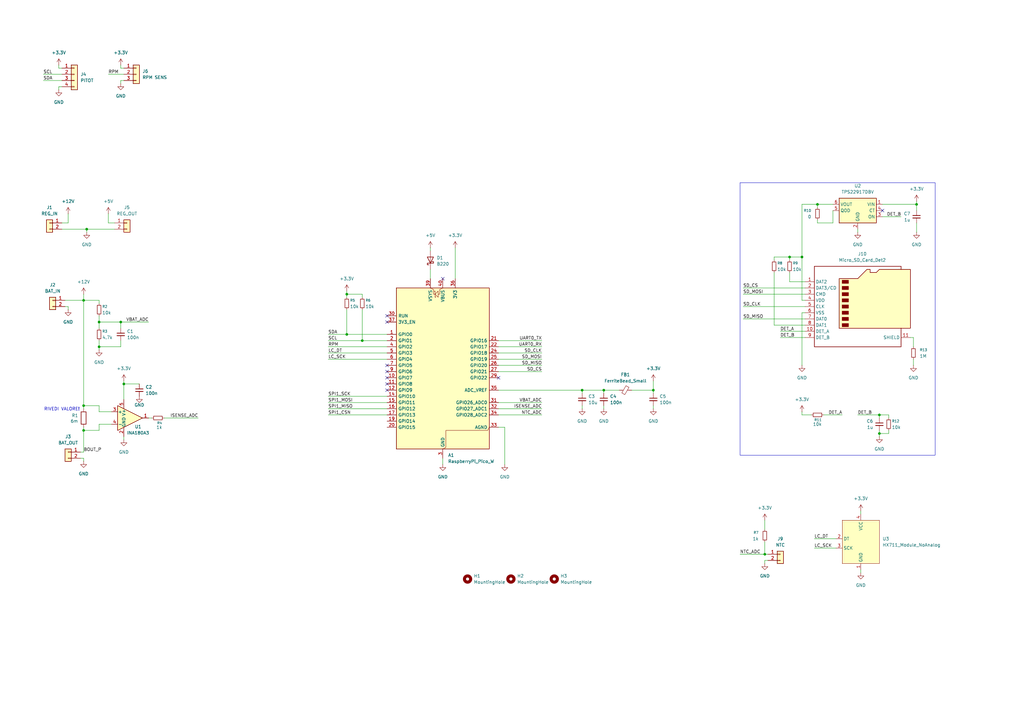
<source format=kicad_sch>
(kicad_sch (version 20250114) (generator "eeschema") (generator_version "9.0")
  (paper "A3")
  (lib_symbols
    (symbol "Amplifier_Current:INA180A3" (pin_names (offset 0.127))
      (property "Reference" "U" (at 3.81 3.81 0))
      (property "Value" "INA180A3" (at 3.81 -2.54 0))
      (symbol "INA180A3_0_1"
        (polyline (pts (xy 5.08 0) (xy -5.08 5.08) (xy -5.08 -5.08) (xy 5.08 0)) (stroke (width 0.254)) (fill (type background)))
      )
      (symbol "INA180A3_1_1"
        (pin input line (at -7.62 2.54 0) (length 2.54) (name "+") (number "3"))
        (pin input line (at -7.62 -2.54 0) (length 2.54) (name "-") (number "4"))
        (pin power_in line (at -2.54 7.62 270) (length 3.81) (name "V+") (number "5"))
        (pin power_in line (at -2.54 -7.62 90) (length 3.81) (name "GND") (number "2"))
        (pin output line (at 7.62 0 180) (length 2.54) (name "~") (number "1"))
      )
    )
    (symbol "Connector:Micro_SD_Card_Det2"
      (property "Reference" "J" (at -16.51 17.78 0))
      (property "Value" "Micro_SD_Card_Det2" (at 16.51 17.78 0))
      (symbol "Micro_SD_Card_Det2_0_1"
        (polyline (pts (xy -8.89 -8.89) (xy -8.89 11.43) (xy -1.27 11.43) (xy 2.54 15.24) (xy 3.81 15.24) (xy 3.81 13.97) (xy 6.35 13.97) (xy 7.62 15.24) (xy 20.32 15.24) (xy 20.32 -8.89) (xy -8.89 -8.89)) (stroke (width 0.254)) (fill (type background)))
        (rectangle (start -7.62 10.795) (end -5.08 9.525) (stroke (width 0.254)) (fill (type outline)))
        (rectangle (start -7.62 8.255) (end -5.08 6.985) (stroke (width 0.254)) (fill (type outline)))
        (rectangle (start -7.62 5.715) (end -5.08 4.445) (stroke (width 0.254)) (fill (type outline)))
        (rectangle (start -7.62 3.175) (end -5.08 1.905) (stroke (width 0.254)) (fill (type outline)))
        (rectangle (start -7.62 0.635) (end -5.08 -0.635) (stroke (width 0.254)) (fill (type outline)))
        (rectangle (start -7.62 -1.905) (end -5.08 -3.175) (stroke (width 0.254)) (fill (type outline)))
        (rectangle (start -7.62 -4.445) (end -5.08 -5.715) (stroke (width 0.254)) (fill (type outline)))
        (rectangle (start -7.62 -6.985) (end -5.08 -8.255) (stroke (width 0.254)) (fill (type outline)))
        (polyline (pts (xy 16.51 15.24) (xy 16.51 16.51) (xy -19.05 16.51) (xy -19.05 -16.51) (xy 16.51 -16.51) (xy 16.51 -8.89)) (stroke (width 0.254)))
      )
      (symbol "Micro_SD_Card_Det2_1_1"
        (pin bidirectional line (at -22.86 10.16 0) (length 3.81) (name "DAT2") (number "1"))
        (pin bidirectional line (at -22.86 7.62 0) (length 3.81) (name "DAT3/CD") (number "2"))
        (pin input line (at -22.86 5.08 0) (length 3.81) (name "CMD") (number "3"))
        (pin power_in line (at -22.86 2.54 0) (length 3.81) (name "VDD") (number "4"))
        (pin input line (at -22.86 0 0) (length 3.81) (name "CLK") (number "5"))
        (pin power_in line (at -22.86 -2.54 0) (length 3.81) (name "VSS") (number "6"))
        (pin bidirectional line (at -22.86 -5.08 0) (length 3.81) (name "DAT0") (number "7"))
        (pin bidirectional line (at -22.86 -7.62 0) (length 3.81) (name "DAT1") (number "8"))
        (pin passive line (at -22.86 -10.16 0) (length 3.81) (name "DET_A") (number "10"))
        (pin passive line (at -22.86 -12.7 0) (length 3.81) (name "DET_B") (number "9"))
        (pin passive line (at 20.32 -12.7 180) (length 3.81) (name "SHIELD") (number "11"))
      )
    )
    (symbol "Connector_Generic:Conn_01x02" (pin_names (offset 1.016) (hide yes))
      (property "Reference" "J" (at 0 2.54 0))
      (property "Value" "Conn_01x02" (at 0 -5.08 0))
      (symbol "Conn_01x02_1_1"
        (rectangle (start -1.27 1.27) (end 1.27 -3.81) (stroke (width 0.254)) (fill (type background)))
        (rectangle (start -1.27 0.127) (end 0 -0.127) (stroke (width 0.1524)))
        (rectangle (start -1.27 -2.413) (end 0 -2.667) (stroke (width 0.1524)))
        (pin passive line (at -5.08 0 0) (length 3.81) (name "Pin_1") (number "1"))
        (pin passive line (at -5.08 -2.54 0) (length 3.81) (name "Pin_2") (number "2"))
      )
    )
    (symbol "Connector_Generic:Conn_01x03" (pin_names (offset 1.016) (hide yes))
      (property "Reference" "J" (at 0 5.08 0))
      (property "Value" "Conn_01x03" (at 0 -5.08 0))
      (symbol "Conn_01x03_1_1"
        (rectangle (start -1.27 3.81) (end 1.27 -3.81) (stroke (width 0.254)) (fill (type background)))
        (rectangle (start -1.27 2.667) (end 0 2.413) (stroke (width 0.1524)))
        (rectangle (start -1.27 0.127) (end 0 -0.127) (stroke (width 0.1524)))
        (rectangle (start -1.27 -2.413) (end 0 -2.667) (stroke (width 0.1524)))
        (pin passive line (at -5.08 2.54 0) (length 3.81) (name "Pin_1") (number "1"))
        (pin passive line (at -5.08 0 0) (length 3.81) (name "Pin_2") (number "2"))
        (pin passive line (at -5.08 -2.54 0) (length 3.81) (name "Pin_3") (number "3"))
      )
    )
    (symbol "Connector_Generic:Conn_01x04" (pin_names (offset 1.016) (hide yes))
      (property "Reference" "J" (at 0 5.08 0))
      (property "Value" "Conn_01x04" (at 0 -7.62 0))
      (symbol "Conn_01x04_1_1"
        (rectangle (start -1.27 3.81) (end 1.27 -6.35) (stroke (width 0.254)) (fill (type background)))
        (rectangle (start -1.27 2.667) (end 0 2.413) (stroke (width 0.1524)))
        (rectangle (start -1.27 0.127) (end 0 -0.127) (stroke (width 0.1524)))
        (rectangle (start -1.27 -2.413) (end 0 -2.667) (stroke (width 0.1524)))
        (rectangle (start -1.27 -4.953) (end 0 -5.207) (stroke (width 0.1524)))
        (pin passive line (at -5.08 2.54 0) (length 3.81) (name "Pin_1") (number "1"))
        (pin passive line (at -5.08 0 0) (length 3.81) (name "Pin_2") (number "2"))
        (pin passive line (at -5.08 -2.54 0) (length 3.81) (name "Pin_3") (number "3"))
        (pin passive line (at -5.08 -5.08 0) (length 3.81) (name "Pin_4") (number "4"))
      )
    )
    (symbol "Device:C_Small" (pin_numbers (hide yes)) (pin_names (offset 0.254) (hide yes))
      (property "Reference" "C" (at 0.254 1.778 0))
      (property "Value" "C_Small" (at 0.254 -2.032 0))
      (symbol "C_Small_0_1"
        (polyline (pts (xy -1.524 0.508) (xy 1.524 0.508)) (stroke (width 0.3048)))
        (polyline (pts (xy -1.524 -0.508) (xy 1.524 -0.508)) (stroke (width 0.3302)))
      )
      (symbol "C_Small_1_1"
        (pin passive line (at 0 2.54 270) (length 2.032) (name "~") (number "1"))
        (pin passive line (at 0 -2.54 90) (length 2.032) (name "~") (number "2"))
      )
    )
    (symbol "Device:FerriteBead_Small" (pin_numbers (hide yes)) (pin_names (offset 0))
      (property "Reference" "FB" (at 1.905 1.27 0))
      (property "Value" "FerriteBead_Small" (at 1.905 -1.27 0))
      (symbol "FerriteBead_Small_0_1"
        (polyline (pts (xy -1.8288 0.2794) (xy -1.1176 1.4986) (xy 1.8288 -0.2032) (xy 1.1176 -1.4224) (xy -1.8288 0.2794)))
        (polyline (pts (xy 0 0.889) (xy 0 1.2954)))
        (polyline (pts (xy 0 -1.27) (xy 0 -0.7874)))
      )
      (symbol "FerriteBead_Small_1_1"
        (pin passive line (at 0 2.54 270) (length 1.27) (name "~") (number "1"))
        (pin passive line (at 0 -2.54 90) (length 1.27) (name "~") (number "2"))
      )
    )
    (symbol "Device:R" (pin_numbers (hide yes)) (pin_names (offset 0))
      (property "Reference" "R" (at 2.032 0 90))
      (property "Value" "R" (at 0 0 90))
      (symbol "R_0_1"
        (rectangle (start -1.016 -2.54) (end 1.016 2.54) (stroke (width 0.254)))
      )
      (symbol "R_1_1"
        (pin passive line (at 0 3.81 270) (length 1.27) (name "~") (number "1"))
        (pin passive line (at 0 -3.81 90) (length 1.27) (name "~") (number "2"))
      )
    )
    (symbol "Device:R_Small" (pin_numbers (hide yes)) (pin_names (offset 0.254) (hide yes))
      (property "Reference" "R" (at 0 0 90))
      (property "Value" "R_Small" (at 1.778 0 90))
      (symbol "R_Small_0_1"
        (rectangle (start -0.762 1.778) (end 0.762 -1.778) (stroke (width 0.2032)))
      )
      (symbol "R_Small_1_1"
        (pin passive line (at 0 2.54 270) (length 0.762) (name "~") (number "1"))
        (pin passive line (at 0 -2.54 90) (length 0.762) (name "~") (number "2"))
      )
    )
    (symbol "Diode:B220" (pin_numbers (hide yes)) (pin_names (offset 1.016) (hide yes))
      (property "Reference" "D" (at 0 2.54 0))
      (property "Value" "B220" (at 0 -2.54 0))
      (symbol "B220_0_1"
        (polyline (pts (xy -1.905 0.635) (xy -1.905 1.27) (xy -1.27 1.27) (xy -1.27 -1.27) (xy -0.635 -1.27) (xy -0.635 -0.635)) (stroke (width 0.254)))
        (polyline (pts (xy 1.27 1.27) (xy 1.27 -1.27) (xy -1.27 0) (xy 1.27 1.27)) (stroke (width 0.254)))
        (polyline (pts (xy 1.27 0) (xy -1.27 0)))
      )
      (symbol "B220_1_1"
        (pin passive line (at -3.81 0 0) (length 2.54) (name "K") (number "1"))
        (pin passive line (at 3.81 0 180) (length 2.54) (name "A") (number "2"))
      )
    )
    (symbol "HX1171Module:HX711_Module_NoAnalog"
      (property "Reference" "U" (at 4.064 11.938 0))
      (property "Value" "HX711_Module_NoAnalog" (at 0 0 0))
      (symbol "HX711_Module_NoAnalog_1_1"
        (rectangle (start -7.62 8.89) (end 7.62 -8.89) (fill (type color) (color 255 255 194 1)))
        (pin bidirectional line (at -10.16 1.27 0) (length 2.54) (name "DT") (number "2"))
        (pin input line (at -10.16 -2.54 0) (length 2.54) (name "SCK") (number "3"))
        (pin power_in line (at 0 11.43 270) (length 2.54) (name "VCC") (number "4"))
        (pin power_in line (at 0 -11.43 90) (length 2.54) (name "GND") (number "1"))
      )
    )
    (symbol "MCU_Module:RaspberryPi_Pico_W" (pin_names (offset 0.762))
      (property "Reference" "A" (at -19.05 35.56 0))
      (property "Value" "RaspberryPi_Pico_W" (at 7.62 35.56 0))
      (symbol "RaspberryPi_Pico_W_0_1"
        (rectangle (start -19.05 34.29) (end 19.05 -31.75) (stroke (width 0.254)) (fill (type background)))
        (polyline (pts (xy -5.08 34.29) (xy -3.81 33.655) (xy -3.81 31.75) (xy -3.175 31.75)))
        (polyline (pts (xy -3.429 32.766) (xy -3.429 33.02) (xy -3.175 33.02) (xy -3.175 30.48) (xy -2.921 30.48) (xy -2.921 30.734)))
        (polyline (pts (xy -3.175 31.75) (xy -1.905 33.02) (xy -1.905 30.48) (xy -3.175 31.75)))
        (polyline (pts (xy 0 34.29) (xy -1.27 33.655) (xy -1.27 31.75) (xy -1.905 31.75)))
        (polyline (pts (xy 0 -31.75) (xy 1.27 -31.115) (xy 1.27 -24.13) (xy 18.415 -24.13) (xy 19.05 -22.86)))
      )
      (symbol "RaspberryPi_Pico_W_1_1"
        (pin passive line (at -22.86 22.86 0) (length 3.81) (name "RUN") (number "30"))
        (pin passive line (at -22.86 20.32 0) (length 3.81) (name "3V3_EN") (number "37"))
        (pin bidirectional line (at -22.86 15.24 0) (length 3.81) (name "GPIO0") (number "1"))
        (pin bidirectional line (at -22.86 12.7 0) (length 3.81) (name "GPIO1") (number "2"))
        (pin bidirectional line (at -22.86 10.16 0) (length 3.81) (name "GPIO2") (number "4"))
        (pin bidirectional line (at -22.86 7.62 0) (length 3.81) (name "GPIO3") (number "5"))
        (pin bidirectional line (at -22.86 5.08 0) (length 3.81) (name "GPIO4") (number "6"))
        (pin bidirectional line (at -22.86 2.54 0) (length 3.81) (name "GPIO5") (number "7"))
        (pin bidirectional line (at -22.86 0 0) (length 3.81) (name "GPIO6") (number "9"))
        (pin bidirectional line (at -22.86 -2.54 0) (length 3.81) (name "GPIO7") (number "10"))
        (pin bidirectional line (at -22.86 -5.08 0) (length 3.81) (name "GPIO8") (number "11"))
        (pin bidirectional line (at -22.86 -7.62 0) (length 3.81) (name "GPIO9") (number "12"))
        (pin bidirectional line (at -22.86 -10.16 0) (length 3.81) (name "GPIO10") (number "14"))
        (pin bidirectional line (at -22.86 -12.7 0) (length 3.81) (name "GPIO11") (number "15"))
        (pin bidirectional line (at -22.86 -15.24 0) (length 3.81) (name "GPIO12") (number "16"))
        (pin bidirectional line (at -22.86 -17.78 0) (length 3.81) (name "GPIO13") (number "17"))
        (pin bidirectional line (at -22.86 -20.32 0) (length 3.81) (name "GPIO14") (number "19"))
        (pin bidirectional line (at -22.86 -22.86 0) (length 3.81) (name "GPIO15") (number "20"))
        (pin power_in line (at -5.08 38.1 270) (length 3.81) (name "VSYS") (number "39"))
        (pin power_out line (at 0 38.1 270) (length 3.81) (name "VBUS") (number "40"))
        (pin passive line (at 0 -35.56 90) (length 3.81) (hide yes) (name "GND") (number "13"))
        (pin passive line (at 0 -35.56 90) (length 3.81) (hide yes) (name "GND") (number "18"))
        (pin passive line (at 0 -35.56 90) (length 3.81) (hide yes) (name "GND") (number "23"))
        (pin passive line (at 0 -35.56 90) (length 3.81) (hide yes) (name "GND") (number "28"))
        (pin power_out line (at 0 -35.56 90) (length 3.81) (name "GND") (number "3"))
        (pin passive line (at 0 -35.56 90) (length 3.81) (hide yes) (name "GND") (number "38"))
        (pin passive line (at 0 -35.56 90) (length 3.81) (hide yes) (name "GND") (number "8"))
        (pin power_out line (at 5.08 38.1 270) (length 3.81) (name "3V3") (number "36"))
        (pin bidirectional line (at 22.86 12.7 180) (length 3.81) (name "GPIO16") (number "21"))
        (pin bidirectional line (at 22.86 10.16 180) (length 3.81) (name "GPIO17") (number "22"))
        (pin bidirectional line (at 22.86 7.62 180) (length 3.81) (name "GPIO18") (number "24"))
        (pin bidirectional line (at 22.86 5.08 180) (length 3.81) (name "GPIO19") (number "25"))
        (pin bidirectional line (at 22.86 2.54 180) (length 3.81) (name "GPIO20") (number "26"))
        (pin bidirectional line (at 22.86 0 180) (length 3.81) (name "GPIO21") (number "27"))
        (pin bidirectional line (at 22.86 -2.54 180) (length 3.81) (name "GPIO22") (number "29"))
        (pin power_in line (at 22.86 -7.62 180) (length 3.81) (name "ADC_VREF") (number "35"))
        (pin bidirectional line (at 22.86 -12.7 180) (length 3.81) (name "GPIO26_ADC0") (number "31"))
        (pin bidirectional line (at 22.86 -15.24 180) (length 3.81) (name "GPIO27_ADC1") (number "32"))
        (pin bidirectional line (at 22.86 -17.78 180) (length 3.81) (name "GPIO28_ADC2") (number "34"))
        (pin power_out line (at 22.86 -22.86 180) (length 3.81) (name "AGND") (number "33"))
      )
    )
    (symbol "Mechanical:MountingHole" (pin_names (offset 1.016)) (in_bom no)
      (property "Reference" "H" (at 0 5.08 0))
      (property "Value" "MountingHole" (at 0 3.175 0))
      (symbol "MountingHole_0_1"
        (circle (center 0 0) (radius 1.27) (stroke (width 1.27)))
      )
    )
    (symbol "Power_Management:TPS22917DBV"
      (property "Reference" "U" (at -6.35 6.35 0))
      (property "Value" "TPS22917DBV" (at 2.54 6.35 0))
      (symbol "TPS22917DBV_0_1"
        (rectangle (start -7.62 5.08) (end 7.62 -5.08) (stroke (width 0.254)) (fill (type background)))
      )
      (symbol "TPS22917DBV_1_1"
        (pin power_in line (at -10.16 2.54 0) (length 2.54) (name "VIN") (number "1"))
        (pin output line (at -10.16 0 0) (length 2.54) (name "CT") (number "4"))
        (pin input line (at -10.16 -2.54 0) (length 2.54) (name "ON") (number "3"))
        (pin power_in line (at 0 -7.62 90) (length 2.54) (name "GND") (number "2"))
        (pin power_out line (at 10.16 2.54 180) (length 2.54) (name "VOUT") (number "6"))
        (pin open_collector line (at 10.16 0 180) (length 2.54) (name "QOD") (number "5"))
      )
    )
    (symbol "power:+12V" (power) (pin_numbers (hide yes)) (pin_names (offset 0) (hide yes))
      (property "Value" "+12V" (at 0 3.556 0))
      (symbol "+12V_0_1"
        (polyline (pts (xy -0.762 1.27) (xy 0 2.54)))
        (polyline (pts (xy 0 2.54) (xy 0.762 1.27)))
        (polyline (pts (xy 0 0) (xy 0 2.54)))
      )
      (symbol "+12V_1_1"
        (pin power_in line (at 0 0 90) (length 0) (name "~") (number "1"))
      )
    )
    (symbol "power:+3.3V" (power) (pin_numbers (hide yes)) (pin_names (offset 0) (hide yes))
      (property "Value" "+3.3V" (at 0 3.556 0))
      (symbol "+3.3V_0_1"
        (polyline (pts (xy -0.762 1.27) (xy 0 2.54)))
        (polyline (pts (xy 0 2.54) (xy 0.762 1.27)))
        (polyline (pts (xy 0 0) (xy 0 2.54)))
      )
      (symbol "+3.3V_1_1"
        (pin power_in line (at 0 0 90) (length 0) (name "~") (number "1"))
      )
    )
    (symbol "power:+5V" (power) (pin_numbers (hide yes)) (pin_names (offset 0) (hide yes))
      (property "Value" "+5V" (at 0 3.556 0))
      (symbol "+5V_0_1"
        (polyline (pts (xy -0.762 1.27) (xy 0 2.54)))
        (polyline (pts (xy 0 2.54) (xy 0.762 1.27)))
        (polyline (pts (xy 0 0) (xy 0 2.54)))
      )
      (symbol "+5V_1_1"
        (pin power_in line (at 0 0 90) (length 0) (name "~") (number "1"))
      )
    )
    (symbol "power:GND" (power) (pin_numbers (hide yes)) (pin_names (offset 0) (hide yes))
      (property "Value" "GND" (at 0 -3.81 0))
      (symbol "GND_0_1"
        (polyline (pts (xy 0 0) (xy 0 -1.27) (xy 1.27 -1.27) (xy 0 -2.54) (xy -1.27 -1.27) (xy 0 -1.27)))
      )
      (symbol "GND_1_1"
        (pin power_in line (at 0 0 270) (length 0) (name "~") (number "1"))
      )
    )
  )
  (rectangle (start 303.53 74.93) (end 383.54 186.69))
  (text "RIVEDI VALORE!" (at 25.4 167.894 0) (effects (font (size 1.27 1.27))))
  (junction (at 142.24 120.65))
  (junction (at 142.24 137.16))
  (junction (at 360.68 177.8))
  (junction (at 247.65 160.02))
  (junction (at 238.76 160.02))
  (junction (at 35.56 93.98))
  (junction (at 40.64 142.24))
  (junction (at 40.64 132.08))
  (junction (at 50.8 157.48))
  (junction (at 148.59 139.7))
  (junction (at 328.93 105.41))
  (junction (at 375.92 83.82))
  (junction (at 34.29 166.37))
  (junction (at 267.97 160.02))
  (junction (at 34.29 176.53))
  (junction (at 313.69 227.33))
  (junction (at 360.68 170.18))
  (junction (at 34.29 123.19))
  (junction (at 335.28 83.82))
  (junction (at 49.53 132.08))
  (junction (at 323.85 105.41))
  (no_connect (at 158.75 160.02))
  (no_connect (at 204.47 154.94))
  (no_connect (at 158.75 132.08))
  (no_connect (at 158.75 129.54))
  (no_connect (at 158.75 157.48))
  (no_connect (at 361.95 86.36))
  (no_connect (at 181.61 114.3))
  (no_connect (at 158.75 152.4))
  (no_connect (at 158.75 149.86))
  (no_connect (at 158.75 154.94))
  (wire (pts (xy 204.47 165.1) (xy 222.25 165.1)))
  (wire (pts (xy 303.53 227.33) (xy 313.69 227.33)))
  (wire (pts (xy 323.85 105.41) (xy 328.93 105.41)))
  (wire (pts (xy 267.97 156.21) (xy 267.97 160.02)))
  (wire (pts (xy 204.47 147.32) (xy 222.25 147.32)))
  (wire (pts (xy 375.92 83.82) (xy 375.92 86.36)))
  (wire (pts (xy 142.24 137.16) (xy 158.75 137.16)))
  (wire (pts (xy 50.8 33.02) (xy 49.53 33.02)))
  (wire (pts (xy 35.56 93.98) (xy 35.56 95.25)))
  (wire (pts (xy 323.85 115.57) (xy 330.2 115.57)))
  (wire (pts (xy 320.04 138.43) (xy 330.2 138.43)))
  (wire (pts (xy 40.64 173.99) (xy 45.72 173.99)))
  (wire (pts (xy 40.64 123.19) (xy 34.29 123.19)))
  (wire (pts (xy 25.4 27.94) (xy 24.13 27.94)))
  (wire (pts (xy 304.8 125.73) (xy 330.2 125.73)))
  (wire (pts (xy 267.97 160.02) (xy 267.97 161.29)))
  (wire (pts (xy 134.62 165.1) (xy 158.75 165.1)))
  (wire (pts (xy 323.85 106.68) (xy 323.85 105.41)))
  (wire (pts (xy 142.24 127) (xy 142.24 137.16)))
  (wire (pts (xy 46.99 91.44) (xy 44.45 91.44)))
  (wire (pts (xy 33.02 185.42) (xy 34.29 185.42)))
  (wire (pts (xy 40.64 132.08) (xy 40.64 134.62)))
  (wire (pts (xy 204.47 139.7) (xy 222.25 139.7)))
  (wire (pts (xy 317.5 105.41) (xy 317.5 106.68)))
  (wire (pts (xy 142.24 120.65) (xy 142.24 121.92)))
  (wire (pts (xy 328.93 128.27) (xy 330.2 128.27)))
  (wire (pts (xy 204.47 167.64) (xy 222.25 167.64)))
  (wire (pts (xy 364.49 170.18) (xy 364.49 171.45)))
  (wire (pts (xy 328.93 170.18) (xy 328.93 168.91)))
  (wire (pts (xy 34.29 120.65) (xy 34.29 123.19)))
  (wire (pts (xy 49.53 33.02) (xy 49.53 34.29)))
  (wire (pts (xy 360.68 170.18) (xy 360.68 171.45)))
  (wire (pts (xy 176.53 110.49) (xy 176.53 114.3)))
  (wire (pts (xy 364.49 177.8) (xy 360.68 177.8)))
  (wire (pts (xy 341.63 86.36) (xy 341.63 91.44)))
  (wire (pts (xy 369.57 88.9) (xy 361.95 88.9)))
  (wire (pts (xy 50.8 27.94) (xy 49.53 27.94)))
  (wire (pts (xy 364.49 176.53) (xy 364.49 177.8)))
  (wire (pts (xy 353.06 209.55) (xy 353.06 210.82)))
  (wire (pts (xy 374.65 138.43) (xy 373.38 138.43)))
  (wire (pts (xy 328.93 149.86) (xy 328.93 128.27)))
  (wire (pts (xy 148.59 139.7) (xy 158.75 139.7)))
  (wire (pts (xy 375.92 91.44) (xy 375.92 95.25)))
  (wire (pts (xy 44.45 87.63) (xy 44.45 91.44)))
  (wire (pts (xy 334.01 224.79) (xy 342.9 224.79)))
  (wire (pts (xy 314.96 229.87) (xy 313.69 229.87)))
  (wire (pts (xy 360.68 177.8) (xy 360.68 179.07)))
  (wire (pts (xy 238.76 160.02) (xy 238.76 161.29)))
  (wire (pts (xy 335.28 83.82) (xy 335.28 85.09)))
  (wire (pts (xy 24.13 27.94) (xy 24.13 26.67)))
  (wire (pts (xy 204.47 160.02) (xy 238.76 160.02)))
  (wire (pts (xy 238.76 166.37) (xy 238.76 167.64)))
  (wire (pts (xy 247.65 166.37) (xy 247.65 167.64)))
  (wire (pts (xy 335.28 90.17) (xy 335.28 91.44)))
  (wire (pts (xy 35.56 93.98) (xy 46.99 93.98)))
  (wire (pts (xy 49.53 142.24) (xy 40.64 142.24)))
  (wire (pts (xy 40.64 168.91) (xy 45.72 168.91)))
  (wire (pts (xy 247.65 160.02) (xy 254 160.02)))
  (wire (pts (xy 27.94 125.73) (xy 26.67 125.73)))
  (wire (pts (xy 158.75 162.56) (xy 134.62 162.56)))
  (wire (pts (xy 134.62 142.24) (xy 158.75 142.24)))
  (wire (pts (xy 34.29 176.53) (xy 40.64 176.53)))
  (wire (pts (xy 34.29 123.19) (xy 34.29 166.37)))
  (wire (pts (xy 60.96 132.08) (xy 49.53 132.08)))
  (wire (pts (xy 247.65 160.02) (xy 247.65 161.29)))
  (wire (pts (xy 204.47 149.86) (xy 222.25 149.86)))
  (wire (pts (xy 334.01 220.98) (xy 342.9 220.98)))
  (wire (pts (xy 317.5 133.35) (xy 330.2 133.35)))
  (wire (pts (xy 313.69 213.36) (xy 313.69 217.17)))
  (wire (pts (xy 204.47 152.4) (xy 222.25 152.4)))
  (wire (pts (xy 50.8 156.21) (xy 50.8 157.48)))
  (wire (pts (xy 317.5 105.41) (xy 323.85 105.41)))
  (wire (pts (xy 25.4 91.44) (xy 27.94 91.44)))
  (wire (pts (xy 328.93 105.41) (xy 328.93 123.19)))
  (wire (pts (xy 49.53 134.62) (xy 49.53 132.08)))
  (wire (pts (xy 204.47 144.78) (xy 222.25 144.78)))
  (wire (pts (xy 314.96 227.33) (xy 313.69 227.33)))
  (wire (pts (xy 374.65 142.24) (xy 374.65 138.43)))
  (wire (pts (xy 60.96 171.45) (xy 62.23 171.45)))
  (wire (pts (xy 267.97 166.37) (xy 267.97 167.64)))
  (wire (pts (xy 320.04 135.89) (xy 330.2 135.89)))
  (wire (pts (xy 34.29 189.23) (xy 34.29 187.96)))
  (wire (pts (xy 186.69 101.6) (xy 186.69 114.3)))
  (wire (pts (xy 25.4 93.98) (xy 35.56 93.98)))
  (wire (pts (xy 34.29 185.42) (xy 34.29 176.53)))
  (wire (pts (xy 313.69 229.87) (xy 313.69 231.14)))
  (wire (pts (xy 351.79 170.18) (xy 360.68 170.18)))
  (wire (pts (xy 50.8 179.07) (xy 50.8 180.34)))
  (wire (pts (xy 134.62 170.18) (xy 158.75 170.18)))
  (wire (pts (xy 351.79 93.98) (xy 351.79 95.25)))
  (wire (pts (xy 259.08 160.02) (xy 267.97 160.02)))
  (wire (pts (xy 134.62 137.16) (xy 142.24 137.16)))
  (wire (pts (xy 337.82 170.18) (xy 345.44 170.18)))
  (wire (pts (xy 44.45 30.48) (xy 50.8 30.48)))
  (wire (pts (xy 360.68 170.18) (xy 364.49 170.18)))
  (wire (pts (xy 142.24 119.38) (xy 142.24 120.65)))
  (wire (pts (xy 317.5 111.76) (xy 317.5 133.35)))
  (wire (pts (xy 134.62 139.7) (xy 148.59 139.7)))
  (wire (pts (xy 40.64 129.54) (xy 40.64 132.08)))
  (wire (pts (xy 361.95 83.82) (xy 375.92 83.82)))
  (wire (pts (xy 26.67 123.19) (xy 34.29 123.19)))
  (wire (pts (xy 207.01 175.26) (xy 204.47 175.26)))
  (wire (pts (xy 25.4 35.56) (xy 24.13 35.56)))
  (wire (pts (xy 27.94 87.63) (xy 27.94 91.44)))
  (wire (pts (xy 176.53 101.6) (xy 176.53 102.87)))
  (wire (pts (xy 34.29 166.37) (xy 40.64 166.37)))
  (wire (pts (xy 304.8 130.81) (xy 330.2 130.81)))
  (wire (pts (xy 207.01 190.5) (xy 207.01 175.26)))
  (wire (pts (xy 40.64 123.19) (xy 40.64 124.46)))
  (wire (pts (xy 17.78 33.02) (xy 25.4 33.02)))
  (wire (pts (xy 375.92 83.82) (xy 375.92 82.55)))
  (wire (pts (xy 49.53 139.7) (xy 49.53 142.24)))
  (wire (pts (xy 341.63 83.82) (xy 335.28 83.82)))
  (wire (pts (xy 181.61 187.96) (xy 181.61 190.5)))
  (wire (pts (xy 148.59 120.65) (xy 142.24 120.65)))
  (wire (pts (xy 40.64 142.24) (xy 40.64 143.51)))
  (wire (pts (xy 148.59 127) (xy 148.59 139.7)))
  (wire (pts (xy 49.53 27.94) (xy 49.53 26.67)))
  (wire (pts (xy 335.28 91.44) (xy 341.63 91.44)))
  (wire (pts (xy 335.28 83.82) (xy 328.93 83.82)))
  (wire (pts (xy 40.64 139.7) (xy 40.64 142.24)))
  (wire (pts (xy 148.59 121.92) (xy 148.59 120.65)))
  (wire (pts (xy 57.15 157.48) (xy 50.8 157.48)))
  (wire (pts (xy 34.29 176.53) (xy 34.29 175.26)))
  (wire (pts (xy 360.68 176.53) (xy 360.68 177.8)))
  (wire (pts (xy 304.8 120.65) (xy 330.2 120.65)))
  (wire (pts (xy 330.2 123.19) (xy 328.93 123.19)))
  (wire (pts (xy 40.64 132.08) (xy 49.53 132.08)))
  (wire (pts (xy 304.8 118.11) (xy 330.2 118.11)))
  (wire (pts (xy 332.74 170.18) (xy 328.93 170.18)))
  (wire (pts (xy 328.93 83.82) (xy 328.93 105.41)))
  (wire (pts (xy 67.31 171.45) (xy 81.28 171.45)))
  (wire (pts (xy 353.06 233.68) (xy 353.06 234.95)))
  (wire (pts (xy 134.62 167.64) (xy 158.75 167.64)))
  (wire (pts (xy 34.29 166.37) (xy 34.29 167.64)))
  (wire (pts (xy 34.29 187.96) (xy 33.02 187.96)))
  (wire (pts (xy 323.85 111.76) (xy 323.85 115.57)))
  (wire (pts (xy 24.13 35.56) (xy 24.13 36.83)))
  (wire (pts (xy 134.62 147.32) (xy 158.75 147.32)))
  (wire (pts (xy 313.69 222.25) (xy 313.69 227.33)))
  (wire (pts (xy 134.62 144.78) (xy 158.75 144.78)))
  (wire (pts (xy 40.64 166.37) (xy 40.64 168.91)))
  (wire (pts (xy 50.8 157.48) (xy 50.8 163.83)))
  (wire (pts (xy 238.76 160.02) (xy 247.65 160.02)))
  (wire (pts (xy 27.94 127) (xy 27.94 125.73)))
  (wire (pts (xy 374.65 147.32) (xy 374.65 149.86)))
  (wire (pts (xy 17.78 30.48) (xy 25.4 30.48)))
  (wire (pts (xy 204.47 170.18) (xy 222.25 170.18)))
  (wire (pts (xy 204.47 142.24) (xy 222.25 142.24)))
  (wire (pts (xy 40.64 176.53) (xy 40.64 173.99)))
  (label "SPI1_CSN" (at 134.62 170.18 0))
  (label "SCL" (at 134.62 139.7 0))
  (label "SDA" (at 17.78 33.02 0))
  (label "UART0_RX" (at 222.25 142.24 180))
  (label "VBAT_ADC" (at 222.25 165.1 180))
  (label "SD_MISO" (at 304.8 130.81 0))
  (label "LC_DT" (at 334.01 220.98 0))
  (label "SPI1_SCK" (at 134.62 162.56 0))
  (label "RPM" (at 134.62 142.24 0))
  (label "LC_SCK" (at 334.01 224.79 0))
  (label "ISENSE_ADC" (at 81.28 171.45 180))
  (label "DET_A" (at 345.44 170.18 180))
  (label "LC_DT" (at 134.62 144.78 0))
  (label "SCL" (at 17.78 30.48 0))
  (label "VBAT_ADC" (at 60.96 132.08 180))
  (label "SD_MOSI" (at 222.25 147.32 180))
  (label "DET_A" (at 320.04 135.89 0))
  (label "BOUT_P" (at 34.29 185.42 0))
  (label "SD_MOSI" (at 304.8 120.65 0))
  (label "SPI1_MISO" (at 134.62 167.64 0))
  (label "RPM" (at 44.45 30.48 0))
  (label "SD_CS" (at 222.25 152.4 180))
  (label "DET_B" (at 369.57 88.9 180))
  (label "UART0_TX" (at 222.25 139.7 180))
  (label "LC_SCK" (at 134.62 147.32 0))
  (label "NTC_ADC" (at 222.25 170.18 180))
  (label "SD_MISO" (at 222.25 149.86 180))
  (label "SPI1_MOSI" (at 134.62 165.1 0))
  (label "ISENSE_ADC" (at 222.25 167.64 180))
  (label "SD_CS" (at 304.8 118.11 0))
  (label "DET_B" (at 351.79 170.18 0))
  (label "SDA" (at 134.62 137.16 0))
  (label "NTC_ADC" (at 303.53 227.33 0))
  (label "SD_CLK" (at 222.25 144.78 180))
  (label "SD_CLK" (at 304.8 125.73 0))
  (label "DET_B" (at 320.04 138.43 0))
  (symbol (lib_id "power:+3.3V") (at 267.97 156.21 0) (mirror y) (unit 1)
    (property "Reference" "#PWR026" (effects (hide yes)))
    (property "Value" "+3.3V" (at 267.97 151.13 0))
    (property "Description" "Power symbol creates a global label with name \"+3.3V\"" (effects (hide yes)))
  )
  (symbol (lib_id "HX1171Module:HX711_Module_NoAnalog") (at 353.06 222.25 0) (unit 1)
    (property "Reference" "U3" (at 361.95 220.9799 0) (effects (justify left)))
    (property "Value" "HX711_Module_NoAnalog" (at 361.95 223.5199 0) (effects (justify left)))
    (property "Footprint" "HX711Module:HX711_Module_NoAnalog" (effects (hide yes)))
  )
  (symbol (lib_id "MCU_Module:RaspberryPi_Pico_W") (at 181.61 152.4 0) (unit 1)
    (property "Reference" "A1" (at 183.7533 186.69 0) (effects (justify left)))
    (property "Value" "RaspberryPi_Pico_W" (at 183.7533 189.23 0) (effects (justify left)))
    (property "Footprint" "Module:RaspberryPi_Pico_Common_THT" (effects (hide yes)))
    (property "Datasheet" "https://datasheets.raspberrypi.com/picow/pico-w-datasheet.pdf" (effects (hide yes)))
    (property "Description" "Versatile and inexpensive wireless microcontroller module powered by RP2040 dual-core Arm Cortex-M0+ processor up to 133 MHz, 264kB SRAM, 2MB QSPI flash, Infineon CYW43439 2.4GHz 802.11n wireless LAN; also supports Raspberry Pi Pico 2 W" (effects (hide yes)))
  )
  (symbol (lib_id "Mechanical:MountingHole") (at 209.55 237.49 0) (unit 1) (in_bom no)
    (property "Reference" "H2" (at 212.09 236.2199 0) (effects (justify left)))
    (property "Value" "MountingHole" (at 212.09 238.7599 0) (effects (justify left)))
    (property "Footprint" "MountingHole:MountingHole_2.2mm_M2_ISO7380" (effects (hide yes)))
    (property "Description" "Mounting Hole without connection" (effects (hide yes)))
  )
  (symbol (lib_id "power:GND") (at 375.92 95.25 0) (mirror y) (unit 1)
    (property "Reference" "#PWR038" (effects (hide yes)))
    (property "Value" "GND" (at 375.92 100.33 0))
    (property "Description" "Power symbol creates a global label with name \"GND\" , ground" (effects (hide yes)))
  )
  (symbol (lib_id "power:GND") (at 360.68 179.07 0) (unit 1)
    (property "Reference" "#PWR035" (effects (hide yes)))
    (property "Value" "GND" (at 360.68 184.15 0))
    (property "Description" "Power symbol creates a global label with name \"GND\" , ground" (effects (hide yes)))
  )
  (symbol (lib_id "power:+12V") (at 34.29 120.65 0) (unit 1)
    (property "Reference" "#PWR05" (effects (hide yes)))
    (property "Value" "+12V" (at 34.29 115.57 0))
    (property "Description" "Power symbol creates a global label with name \"+12V\"" (effects (hide yes)))
  )
  (symbol (lib_id "Connector_Generic:Conn_01x04") (at 30.48 30.48 0) (unit 1)
    (property "Reference" "J4" (at 33.02 30.4799 0) (effects (justify left)))
    (property "Value" "PITOT" (at 33.02 33.0199 0) (effects (justify left)))
    (property "Footprint" "Connector_JST:JST_PH_B4B-PH-K_1x04_P2.00mm_Vertical" (effects (hide yes)))
    (property "Description" "Generic connector, single row, 01x04, script generated (kicad-library-utils/schlib/autogen/connector/)" (effects (hide yes)))
  )
  (symbol (lib_id "Device:C_Small") (at 375.92 88.9 0) (mirror y) (unit 1)
    (property "Reference" "C7" (at 373.38 87.6362 0) (effects (justify left)))
    (property "Value" "1u" (at 373.38 90.1762 0) (effects (justify left)))
    (property "Footprint" "Capacitor_SMD:C_0805_2012Metric_Pad1.18x1.45mm_HandSolder" (effects (hide yes)))
    (property "Description" "Unpolarized capacitor, small symbol" (effects (hide yes)))
  )
  (symbol (lib_id "Device:C_Small") (at 247.65 163.83 0) (mirror y) (unit 1)
    (property "Reference" "C4" (at 250.19 162.5662 0) (effects (justify right)))
    (property "Value" "100n" (at 250.19 165.1062 0) (effects (justify right)))
    (property "Footprint" "Capacitor_SMD:C_0805_2012Metric_Pad1.18x1.45mm_HandSolder" (effects (hide yes)))
    (property "Description" "Unpolarized capacitor, small symbol" (effects (hide yes)))
  )
  (symbol (lib_id "power:+3.3V") (at 24.13 26.67 0) (mirror y) (unit 1)
    (property "Reference" "#PWR01" (effects (hide yes)))
    (property "Value" "+3.3V" (at 24.13 21.59 0))
    (property "Description" "Power symbol creates a global label with name \"+3.3V\"" (effects (hide yes)))
  )
  (symbol (lib_id "power:GND") (at 313.69 231.14 0) (unit 1)
    (property "Reference" "#PWR029" (effects (hide yes)))
    (property "Value" "GND" (at 313.69 236.22 0))
    (property "Description" "Power symbol creates a global label with name \"GND\" , ground" (effects (hide yes)))
  )
  (symbol (lib_id "Device:R_Small") (at 313.69 219.71 0) (unit 1)
    (property "Reference" "R7" (at 311.15 218.4399 0) (effects (font (size 1.016 1.016)) (justify right)))
    (property "Value" "1k" (at 311.15 220.9799 0) (effects (justify right)))
    (property "Footprint" "Resistor_SMD:R_0805_2012Metric_Pad1.20x1.40mm_HandSolder" (effects (hide yes)))
    (property "Description" "Resistor, small symbol" (effects (hide yes)))
  )
  (symbol (lib_id "Connector_Generic:Conn_01x02") (at 27.94 185.42 0) (mirror y) (unit 1)
    (property "Reference" "J3" (at 27.94 179.07 0))
    (property "Value" "BAT_OUT" (at 27.94 181.61 0))
    (property "Footprint" "Connector_AMASS:AMASS_XT60-F_1x02_P7.20mm_Vertical" (effects (hide yes)))
    (property "Description" "Generic connector, single row, 01x02, script generated (kicad-library-utils/schlib/autogen/connector/)" (effects (hide yes)))
  )
  (symbol (lib_id "Device:R_Small") (at 40.64 127 0) (unit 1)
    (property "Reference" "R2" (at 41.91 125.73 0) (effects (font (size 1.016 1.016)) (justify left)))
    (property "Value" "10k" (at 41.91 128.27 0) (effects (justify left)))
    (property "Footprint" "Resistor_SMD:R_0805_2012Metric_Pad1.20x1.40mm_HandSolder" (effects (hide yes)))
    (property "Description" "Resistor, small symbol" (effects (hide yes)))
  )
  (symbol (lib_id "power:GND") (at 328.93 149.86 0) (unit 1)
    (property "Reference" "#PWR030" (effects (hide yes)))
    (property "Value" "GND" (at 328.93 154.94 0))
    (property "Description" "Power symbol creates a global label with name \"GND\" , ground" (effects (hide yes)))
  )
  (symbol (lib_id "power:GND") (at 238.76 167.64 0) (unit 1)
    (property "Reference" "#PWR024" (effects (hide yes)))
    (property "Value" "GND" (at 238.76 172.72 0))
    (property "Description" "Power symbol creates a global label with name \"GND\" , ground" (effects (hide yes)))
  )
  (symbol (lib_id "Device:C_Small") (at 57.15 160.02 0) (unit 1)
    (property "Reference" "C2" (at 59.69 158.7562 0) (effects (justify left)))
    (property "Value" "100n" (at 59.69 161.2962 0) (effects (justify left)))
    (property "Footprint" "Capacitor_SMD:C_0805_2012Metric_Pad1.18x1.45mm_HandSolder" (effects (hide yes)))
    (property "Description" "Unpolarized capacitor, small symbol" (effects (hide yes)))
  )
  (symbol (lib_id "power:+12V") (at 27.94 87.63 0) (unit 1)
    (property "Reference" "#PWR03" (effects (hide yes)))
    (property "Value" "+12V" (at 27.94 82.55 0))
    (property "Description" "Power symbol creates a global label with name \"+12V\"" (effects (hide yes)))
  )
  (symbol (lib_id "Mechanical:MountingHole") (at 191.77 237.49 0) (unit 1) (in_bom no)
    (property "Reference" "H1" (at 194.31 236.2199 0) (effects (justify left)))
    (property "Value" "MountingHole" (at 194.31 238.7599 0) (effects (justify left)))
    (property "Footprint" "MountingHole:MountingHole_2.2mm_M2_ISO7380" (effects (hide yes)))
    (property "Description" "Mounting Hole without connection" (effects (hide yes)))
  )
  (symbol (lib_id "Device:C_Small") (at 360.68 173.99 0) (mirror y) (unit 1)
    (property "Reference" "C6" (at 358.14 172.7262 0) (effects (justify left)))
    (property "Value" "1u" (at 358.14 175.2662 0) (effects (justify left)))
    (property "Footprint" "Capacitor_SMD:C_0805_2012Metric_Pad1.18x1.45mm_HandSolder" (effects (hide yes)))
    (property "Description" "Unpolarized capacitor, small symbol" (effects (hide yes)))
  )
  (symbol (lib_id "power:+3.3V") (at 49.53 26.67 0) (mirror y) (unit 1)
    (property "Reference" "#PWR010" (effects (hide yes)))
    (property "Value" "+3.3V" (at 49.53 21.59 0))
    (property "Description" "Power symbol creates a global label with name \"+3.3V\"" (effects (hide yes)))
  )
  (symbol (lib_id "power:GND") (at 27.94 127 0) (unit 1)
    (property "Reference" "#PWR04" (effects (hide yes)))
    (property "Value" "GND" (at 27.94 132.08 0))
    (property "Description" "Power symbol creates a global label with name \"GND\" , ground" (effects (hide yes)))
  )
  (symbol (lib_id "Connector_Generic:Conn_01x02") (at 20.32 91.44 0) (mirror y) (unit 1)
    (property "Reference" "J1" (at 20.32 85.09 0))
    (property "Value" "REG_IN" (at 20.32 87.63 0))
    (property "Description" "Generic connector, single row, 01x02, script generated (kicad-library-utils/schlib/autogen/connector/)" (effects (hide yes)))
  )
  (symbol (lib_id "power:+3.3V") (at 142.24 119.38 0) (mirror y) (unit 1)
    (property "Reference" "#PWR019" (effects (hide yes)))
    (property "Value" "+3.3V" (at 142.24 114.3 0))
    (property "Description" "Power symbol creates a global label with name \"+3.3V\"" (effects (hide yes)))
  )
  (symbol (lib_id "Connector:Micro_SD_Card_Det2") (at 353.06 125.73 0) (unit 1)
    (property "Reference" "J10" (at 353.695 104.14 0))
    (property "Value" "Micro_SD_Card_Det2" (at 353.695 106.68 0))
    (property "Footprint" "Connector_Card:microSD_HC_Molex_104031-0811" (effects (hide yes)))
    (property "Datasheet" "https://www.hirose.com/en/product/document?clcode=&productname=&series=DM3&documenttype=Catalog&lang=en&documentid=D49662_en" (effects (hide yes)))
    (property "Description" "Micro SD Card Socket with two card detection pins" (effects (hide yes)))
  )
  (symbol (lib_id "Connector_Generic:Conn_01x03") (at 55.88 30.48 0) (unit 1)
    (property "Reference" "J6" (at 58.42 29.2099 0) (effects (justify left)))
    (property "Value" "RPM SENS" (at 58.42 31.7499 0) (effects (justify left)))
    (property "Footprint" "Connector_PinSocket_2.54mm:PinSocket_1x03_P2.54mm_Vertical" (effects (hide yes)))
    (property "Description" "Generic connector, single row, 01x03, script generated (kicad-library-utils/schlib/autogen/connector/)" (effects (hide yes)))
  )
  (symbol (lib_id "Device:R_Small") (at 323.85 109.22 0) (unit 1)
    (property "Reference" "R9" (at 325.12 107.95 0) (effects (font (size 1.016 1.016)) (justify left)))
    (property "Value" "10k" (at 325.12 110.49 0) (effects (justify left)))
    (property "Footprint" "Resistor_SMD:R_0805_2012Metric_Pad1.20x1.40mm_HandSolder" (effects (hide yes)))
    (property "Description" "Resistor, small symbol" (effects (hide yes)))
  )
  (symbol (lib_id "power:+5V") (at 44.45 87.63 0) (unit 1)
    (property "Reference" "#PWR09" (effects (hide yes)))
    (property "Value" "+5V" (at 44.45 82.55 0))
    (property "Description" "Power symbol creates a global label with name \"+5V\"" (effects (hide yes)))
  )
  (symbol (lib_id "power:GND") (at 40.64 143.51 0) (unit 1)
    (property "Reference" "#PWR08" (effects (hide yes)))
    (property "Value" "GND" (at 40.64 148.59 0))
    (property "Description" "Power symbol creates a global label with name \"GND\" , ground" (effects (hide yes)))
  )
  (symbol (lib_id "power:GND") (at 374.65 149.86 0) (unit 1)
    (property "Reference" "#PWR036" (effects (hide yes)))
    (property "Value" "GND" (at 374.65 154.94 0))
    (property "Description" "Power symbol creates a global label with name \"GND\" , ground" (effects (hide yes)))
  )
  (symbol (lib_id "power:GND") (at 207.01 190.5 0) (unit 1)
    (property "Reference" "#PWR023" (effects (hide yes)))
    (property "Value" "GND" (at 207.01 195.58 0))
    (property "Description" "Power symbol creates a global label with name \"GND\" , ground" (effects (hide yes)))
  )
  (symbol (lib_id "power:GND") (at 50.8 180.34 0) (unit 1)
    (property "Reference" "#PWR013" (effects (hide yes)))
    (property "Value" "GND" (at 50.8 185.42 0))
    (property "Description" "Power symbol creates a global label with name \"GND\" , ground" (effects (hide yes)))
  )
  (symbol (lib_id "Device:FerriteBead_Small") (at 256.54 160.02 90) (unit 1)
    (property "Reference" "FB1" (at 256.5019 153.67 90))
    (property "Value" "FerriteBead_Small" (at 256.5019 156.21 90))
    (property "Footprint" "Inductor_SMD:L_0805_2012Metric_Pad1.05x1.20mm_HandSolder" (effects (hide yes)))
    (property "Description" "Ferrite bead, small symbol" (effects (hide yes)))
  )
  (symbol (lib_id "Device:R_Small") (at 335.28 87.63 0) (mirror y) (unit 1)
    (property "Reference" "R10" (at 332.74 86.3599 0) (effects (font (size 1.016 1.016)) (justify left)))
    (property "Value" "0" (at 332.74 88.8999 0) (effects (justify left)))
    (property "Footprint" "Resistor_SMD:R_0805_2012Metric_Pad1.20x1.40mm_HandSolder" (effects (hide yes)))
    (property "Description" "Resistor, small symbol" (effects (hide yes)))
  )
  (symbol (lib_id "Connector_Generic:Conn_01x02") (at 52.07 91.44 0) (unit 1)
    (property "Reference" "J5" (at 52.07 85.09 0))
    (property "Value" "REG_OUT" (at 52.07 87.63 0))
    (property "Description" "Generic connector, single row, 01x02, script generated (kicad-library-utils/schlib/autogen/connector/)" (effects (hide yes)))
  )
  (symbol (lib_id "Amplifier_Current:INA180A3") (at 53.34 171.45 0) (unit 1)
    (property "Reference" "U1" (at 56.642 175.006 0))
    (property "Value" "INA180A3" (at 56.642 177.546 0))
    (property "Footprint" "Package_TO_SOT_SMD:SOT-23-5" (effects (hide yes)))
    (property "Datasheet" "http://www.ti.com/lit/ds/symlink/ina180.pdf" (effects (hide yes)))
    (property "Description" "Current Sense Amplifier, 1 Circuit, Rail-to-Rail, 26V, Gain 100 V/V, SOT-23-5" (effects (hide yes)))
  )
  (symbol (lib_id "power:GND") (at 49.53 34.29 0) (unit 1)
    (property "Reference" "#PWR011" (effects (hide yes)))
    (property "Value" "GND" (at 49.53 39.37 0))
    (property "Description" "Power symbol creates a global label with name \"GND\" , ground" (effects (hide yes)))
  )
  (symbol (lib_id "power:+3.3V") (at 353.06 209.55 0) (mirror y) (unit 1)
    (property "Reference" "#PWR033" (effects (hide yes)))
    (property "Value" "+3.3V" (at 353.06 204.47 0))
    (property "Description" "Power symbol creates a global label with name \"+3.3V\"" (effects (hide yes)))
  )
  (symbol (lib_id "power:GND") (at 35.56 95.25 0) (unit 1)
    (property "Reference" "#PWR07" (effects (hide yes)))
    (property "Value" "GND" (at 35.56 100.33 0))
    (property "Description" "Power symbol creates a global label with name \"GND\" , ground" (effects (hide yes)))
  )
  (symbol (lib_id "Device:C_Small") (at 267.97 163.83 0) (mirror y) (unit 1)
    (property "Reference" "C5" (at 270.51 162.5662 0) (effects (justify right)))
    (property "Value" "100n" (at 270.51 165.1062 0) (effects (justify right)))
    (property "Footprint" "Capacitor_SMD:C_0805_2012Metric_Pad1.18x1.45mm_HandSolder" (effects (hide yes)))
    (property "Description" "Unpolarized capacitor, small symbol" (effects (hide yes)))
  )
  (symbol (lib_id "power:+3.3V") (at 50.8 156.21 0) (mirror y) (unit 1)
    (property "Reference" "#PWR012" (effects (hide yes)))
    (property "Value" "+3.3V" (at 50.8 151.13 0))
    (property "Description" "Power symbol creates a global label with name \"+3.3V\"" (effects (hide yes)))
  )
  (symbol (lib_id "power:GND") (at 351.79 95.25 0) (mirror y) (unit 1)
    (property "Reference" "#PWR032" (effects (hide yes)))
    (property "Value" "GND" (at 351.79 100.33 0))
    (property "Description" "Power symbol creates a global label with name \"GND\" , ground" (effects (hide yes)))
  )
  (symbol (lib_id "power:GND") (at 57.15 162.56 0) (unit 1)
    (property "Reference" "#PWR014" (effects (hide yes)))
    (property "Value" "GND" (at 57.15 166.116 0))
    (property "Description" "Power symbol creates a global label with name \"GND\" , ground" (effects (hide yes)))
  )
  (symbol (lib_id "power:+3.3V") (at 186.69 101.6 0) (mirror y) (unit 1)
    (property "Reference" "#PWR022" (effects (hide yes)))
    (property "Value" "+3.3V" (at 186.69 96.52 0))
    (property "Description" "Power symbol creates a global label with name \"+3.3V\"" (effects (hide yes)))
  )
  (symbol (lib_id "Device:R_Small") (at 142.24 124.46 0) (unit 1)
    (property "Reference" "R5" (at 143.51 123.19 0) (effects (font (size 1.016 1.016)) (justify left)))
    (property "Value" "10k" (at 143.51 125.73 0) (effects (justify left)))
    (property "Footprint" "Resistor_SMD:R_0805_2012Metric_Pad1.20x1.40mm_HandSolder" (effects (hide yes)))
    (property "Description" "Resistor, small symbol" (effects (hide yes)))
  )
  (symbol (lib_id "Connector_Generic:Conn_01x02") (at 21.59 123.19 0) (mirror y) (unit 1)
    (property "Reference" "J2" (at 21.59 116.84 0))
    (property "Value" "BAT_IN" (at 21.59 119.38 0))
    (property "Footprint" "Connector_AMASS:AMASS_XT60-F_1x02_P7.20mm_Vertical" (effects (hide yes)))
    (property "Description" "Generic connector, single row, 01x02, script generated (kicad-library-utils/schlib/autogen/connector/)" (effects (hide yes)))
  )
  (symbol (lib_id "power:GND") (at 247.65 167.64 0) (unit 1)
    (property "Reference" "#PWR025" (effects (hide yes)))
    (property "Value" "GND" (at 247.65 172.72 0))
    (property "Description" "Power symbol creates a global label with name \"GND\" , ground" (effects (hide yes)))
  )
  (symbol (lib_id "Mechanical:MountingHole") (at 227.33 237.49 0) (unit 1) (in_bom no)
    (property "Reference" "H3" (at 229.87 236.2199 0) (effects (justify left)))
    (property "Value" "MountingHole" (at 229.87 238.7599 0) (effects (justify left)))
    (property "Footprint" "MountingHole:MountingHole_2.2mm_M2_ISO7380" (effects (hide yes)))
    (property "Description" "Mounting Hole without connection" (effects (hide yes)))
  )
  (symbol (lib_id "power:+3.3V") (at 328.93 168.91 0) (unit 1)
    (property "Reference" "#PWR031" (effects (hide yes)))
    (property "Value" "+3.3V" (at 328.93 163.83 0))
    (property "Description" "Power symbol creates a global label with name \"+3.3V\"" (effects (hide yes)))
  )
  (symbol (lib_id "Device:R_Small") (at 64.77 171.45 90) (unit 1)
    (property "Reference" "R4" (at 66.548 173.482 90) (effects (font (size 1.016 1.016)) (justify left)))
    (property "Value" "1k" (at 66.548 175.26 90) (effects (justify left)))
    (property "Footprint" "Resistor_SMD:R_0805_2012Metric_Pad1.20x1.40mm_HandSolder" (effects (hide yes)))
    (property "Description" "Resistor, small symbol" (effects (hide yes)))
  )
  (symbol (lib_id "Device:R_Small") (at 148.59 124.46 0) (unit 1)
    (property "Reference" "R6" (at 149.86 123.19 0) (effects (font (size 1.016 1.016)) (justify left)))
    (property "Value" "10k" (at 149.86 125.73 0) (effects (justify left)))
    (property "Footprint" "Resistor_SMD:R_0805_2012Metric_Pad1.20x1.40mm_HandSolder" (effects (hide yes)))
    (property "Description" "Resistor, small symbol" (effects (hide yes)))
  )
  (symbol (lib_id "power:+3.3V") (at 313.69 213.36 0) (mirror y) (unit 1)
    (property "Reference" "#PWR028" (effects (hide yes)))
    (property "Value" "+3.3V" (at 313.69 208.28 0))
    (property "Description" "Power symbol creates a global label with name \"+3.3V\"" (effects (hide yes)))
  )
  (symbol (lib_id "Device:C_Small") (at 49.53 137.16 0) (unit 1)
    (property "Reference" "C1" (at 52.07 135.8962 0) (effects (justify left)))
    (property "Value" "100n" (at 52.07 138.4362 0) (effects (justify left)))
    (property "Footprint" "Capacitor_SMD:C_0805_2012Metric_Pad1.18x1.45mm_HandSolder" (effects (hide yes)))
    (property "Description" "Unpolarized capacitor, small symbol" (effects (hide yes)))
  )
  (symbol (lib_id "Power_Management:TPS22917DBV") (at 351.79 86.36 0) (mirror y) (unit 1)
    (property "Reference" "U2" (at 351.79 76.2 0))
    (property "Value" "TPS22917DBV" (at 351.79 78.74 0))
    (property "Footprint" "Package_TO_SOT_SMD:SOT-23-6" (effects (hide yes)))
    (property "Datasheet" "http://www.ti.com/lit/ds/symlink/tps22917.pdf" (effects (hide yes)))
    (property "Description" "1V to 5.5V, 2A, 80mΩ Ultra-Low Leakage Load Switch, SOT23-6" (effects (hide yes)))
  )
  (symbol (lib_id "Device:R_Small") (at 317.5 109.22 0) (unit 1)
    (property "Reference" "R8" (at 318.77 107.95 0) (effects (font (size 1.016 1.016)) (justify left)))
    (property "Value" "10k" (at 318.77 110.49 0) (effects (justify left)))
    (property "Footprint" "Resistor_SMD:R_0805_2012Metric_Pad1.20x1.40mm_HandSolder" (effects (hide yes)))
    (property "Description" "Resistor, small symbol" (effects (hide yes)))
  )
  (symbol (lib_id "Device:R_Small") (at 374.65 144.78 0) (unit 1)
    (property "Reference" "R13" (at 377.19 143.5099 0) (effects (font (size 1.016 1.016)) (justify left)))
    (property "Value" "1M" (at 377.19 146.0499 0) (effects (justify left)))
    (property "Footprint" "Resistor_SMD:R_0805_2012Metric_Pad1.20x1.40mm_HandSolder" (effects (hide yes)))
    (property "Description" "Resistor, small symbol" (effects (hide yes)))
  )
  (symbol (lib_id "power:GND") (at 353.06 234.95 0) (unit 1)
    (property "Reference" "#PWR034" (effects (hide yes)))
    (property "Value" "GND" (at 353.06 240.03 0))
    (property "Description" "Power symbol creates a global label with name \"GND\" , ground" (effects (hide yes)))
  )
  (symbol (lib_id "Device:R") (at 34.29 171.45 180) (unit 1)
    (property "Reference" "R1" (at 30.734 170.434 0))
    (property "Value" "6m" (at 30.48 172.72 0))
    (property "Footprint" "Resistor_SMD:R_2512_6332Metric_Pad1.40x3.35mm_HandSolder" (effects (hide yes)))
    (property "Description" "Resistor" (effects (hide yes)))
  )
  (symbol (lib_id "power:GND") (at 34.29 189.23 0) (unit 1)
    (property "Reference" "#PWR06" (effects (hide yes)))
    (property "Value" "GND" (at 34.29 194.31 0))
    (property "Description" "Power symbol creates a global label with name \"GND\" , ground" (effects (hide yes)))
  )
  (symbol (lib_id "Device:C_Small") (at 238.76 163.83 0) (mirror y) (unit 1)
    (property "Reference" "C3" (at 241.3 162.5662 0) (effects (justify right)))
    (property "Value" "10u" (at 241.3 165.1062 0) (effects (justify right)))
    (property "Footprint" "Capacitor_SMD:C_0805_2012Metric_Pad1.18x1.45mm_HandSolder" (effects (hide yes)))
    (property "Description" "Unpolarized capacitor, small symbol" (effects (hide yes)))
  )
  (symbol (lib_id "power:GND") (at 181.61 190.5 0) (unit 1)
    (property "Reference" "#PWR021" (effects (hide yes)))
    (property "Value" "GND" (at 181.61 195.58 0))
    (property "Description" "Power symbol creates a global label with name \"GND\" , ground" (effects (hide yes)))
  )
  (symbol (lib_id "power:+3.3V") (at 375.92 82.55 0) (mirror y) (unit 1)
    (property "Reference" "#PWR037" (effects (hide yes)))
    (property "Value" "+3.3V" (at 375.92 77.47 0))
    (property "Description" "Power symbol creates a global label with name \"+3.3V\"" (effects (hide yes)))
  )
  (symbol (lib_id "Connector_Generic:Conn_01x02") (at 320.04 227.33 0) (unit 1)
    (property "Reference" "J9" (at 320.04 220.98 0))
    (property "Value" "NTC" (at 320.04 223.52 0))
    (property "Footprint" "Connector_JST:JST_PH_B2B-PH-K_1x02_P2.00mm_Vertical" (effects (hide yes)))
    (property "Description" "Generic connector, single row, 01x02, script generated (kicad-library-utils/schlib/autogen/connector/)" (effects (hide yes)))
  )
  (symbol (lib_id "Device:R_Small") (at 364.49 173.99 0) (unit 1)
    (property "Reference" "R12" (at 365.76 172.72 0) (effects (font (size 1.016 1.016)) (justify left)))
    (property "Value" "10k" (at 365.76 175.26 0) (effects (justify left)))
    (property "Footprint" "Resistor_SMD:R_0805_2012Metric_Pad1.20x1.40mm_HandSolder" (effects (hide yes)))
    (property "Description" "Resistor, small symbol" (effects (hide yes)))
  )
  (symbol (lib_id "power:GND") (at 24.13 36.83 0) (unit 1)
    (property "Reference" "#PWR02" (effects (hide yes)))
    (property "Value" "GND" (at 24.13 41.91 0))
    (property "Description" "Power symbol creates a global label with name \"GND\" , ground" (effects (hide yes)))
  )
  (symbol (lib_id "power:GND") (at 267.97 167.64 0) (unit 1)
    (property "Reference" "#PWR027" (effects (hide yes)))
    (property "Value" "GND" (at 267.97 172.72 0))
    (property "Description" "Power symbol creates a global label with name \"GND\" , ground" (effects (hide yes)))
  )
  (symbol (lib_id "Device:R_Small") (at 40.64 137.16 0) (unit 1)
    (property "Reference" "R3" (at 41.91 135.89 0) (effects (font (size 1.016 1.016)) (justify left)))
    (property "Value" "4.7k" (at 41.91 138.43 0) (effects (justify left)))
    (property "Footprint" "Resistor_SMD:R_0805_2012Metric_Pad1.20x1.40mm_HandSolder" (effects (hide yes)))
    (property "Description" "Resistor, small symbol" (effects (hide yes)))
  )
  (symbol (lib_id "Diode:B220") (at 176.53 106.68 90) (unit 1)
    (property "Reference" "D1" (at 179.07 105.7274 90) (effects (justify right)))
    (property "Value" "B220" (at 179.07 108.2674 90) (effects (justify right)))
    (property "Footprint" "Diode_SMD:D_SMB" (effects (hide yes)))
    (property "Datasheet" "http://www.jameco.com/Jameco/Products/ProdDS/1538777.pdf" (effects (hide yes)))
    (property "Description" "20V 2A Schottky Barrier Rectifier Diode, SMB" (effects (hide yes)))
  )
  (symbol (lib_id "Device:R_Small") (at 335.28 170.18 90) (unit 1)
    (property "Reference" "R11" (at 337.058 172.212 90) (effects (font (size 1.016 1.016)) (justify left)))
    (property "Value" "10k" (at 337.058 173.99 90) (effects (justify left)))
    (property "Footprint" "Resistor_SMD:R_0805_2012Metric_Pad1.20x1.40mm_HandSolder" (effects (hide yes)))
    (property "Description" "Resistor, small symbol" (effects (hide yes)))
  )
  (symbol (lib_id "power:+5V") (at 176.53 101.6 0) (unit 1)
    (property "Reference" "#PWR020" (effects (hide yes)))
    (property "Value" "+5V" (at 176.53 96.52 0))
    (property "Description" "Power symbol creates a global label with name \"+5V\"" (effects (hide yes)))
  )
)
</source>
